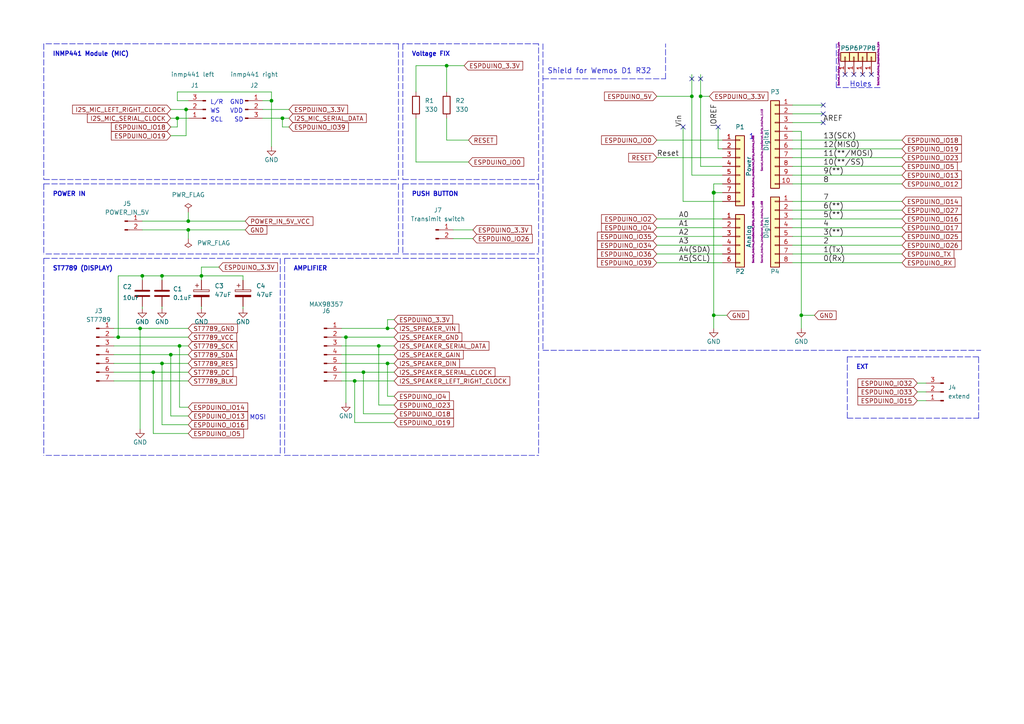
<source format=kicad_sch>
(kicad_sch (version 20211123) (generator eeschema)
  (paper "A4")
  (title_block (title "KEN ESP32 INTERNET RADIO HAT FOR ESPDUINO ") (date "lun. 30 mars 2015"))
  (lib_symbols
    (symbol "Connector:Conn_01x02_Male" (pin_names (offset 1.016) hide)
      (property "Reference" "J" (at 0 2.54 0))
      (property "Value" "Conn_01x02_Male" (at 0 -5.08 0))
      (symbol "Conn_01x02_Male_1_1"
        (polyline (pts (xy 1.27 -2.54) (xy 0.8636 -2.54)) (stroke (width 0.1524)))
        (polyline (pts (xy 1.27 0) (xy 0.8636 0)) (stroke (width 0.1524)))
        (rectangle (start 0.8636 -2.413) (end 0 -2.667) (stroke (width 0.1524)) (fill (type outline)))
        (rectangle (start 0.8636 0.127) (end 0 -0.127) (stroke (width 0.1524)) (fill (type outline)))
        (pin passive line (at 5.08 0 180) (length 3.81) (name "Pin_1") (number "1"))
        (pin passive line (at 5.08 -2.54 180) (length 3.81) (name "Pin_2") (number "2"))
      )
    )
    (symbol "Connector:Conn_01x03_Male" (pin_names (offset 1.016) hide)
      (property "Reference" "J" (at 0 5.08 0))
      (property "Value" "Conn_01x03_Male" (at 0 -5.08 0))
      (symbol "Conn_01x03_Male_1_1"
        (polyline (pts (xy 1.27 -2.54) (xy 0.8636 -2.54)) (stroke (width 0.1524)))
        (polyline (pts (xy 1.27 0) (xy 0.8636 0)) (stroke (width 0.1524)))
        (polyline (pts (xy 1.27 2.54) (xy 0.8636 2.54)) (stroke (width 0.1524)))
        (rectangle (start 0.8636 -2.413) (end 0 -2.667) (stroke (width 0.1524)) (fill (type outline)))
        (rectangle (start 0.8636 0.127) (end 0 -0.127) (stroke (width 0.1524)) (fill (type outline)))
        (rectangle (start 0.8636 2.667) (end 0 2.413) (stroke (width 0.1524)) (fill (type outline)))
        (pin passive line (at 5.08 2.54 180) (length 3.81) (name "Pin_1") (number "1"))
        (pin passive line (at 5.08 0 180) (length 3.81) (name "Pin_2") (number "2"))
        (pin passive line (at 5.08 -2.54 180) (length 3.81) (name "Pin_3") (number "3"))
      )
    )
    (symbol "Connector:Conn_01x07_Male" (pin_names (offset 1.016) hide)
      (property "Reference" "J" (at 0 10.16 0))
      (property "Value" "Conn_01x07_Male" (at 0 -10.16 0))
      (symbol "Conn_01x07_Male_1_1"
        (polyline (pts (xy 1.27 -7.62) (xy 0.8636 -7.62)) (stroke (width 0.1524)))
        (polyline (pts (xy 1.27 -5.08) (xy 0.8636 -5.08)) (stroke (width 0.1524)))
        (polyline (pts (xy 1.27 -2.54) (xy 0.8636 -2.54)) (stroke (width 0.1524)))
        (polyline (pts (xy 1.27 0) (xy 0.8636 0)) (stroke (width 0.1524)))
        (polyline (pts (xy 1.27 2.54) (xy 0.8636 2.54)) (stroke (width 0.1524)))
        (polyline (pts (xy 1.27 5.08) (xy 0.8636 5.08)) (stroke (width 0.1524)))
        (polyline (pts (xy 1.27 7.62) (xy 0.8636 7.62)) (stroke (width 0.1524)))
        (rectangle (start 0.8636 -7.493) (end 0 -7.747) (stroke (width 0.1524)) (fill (type outline)))
        (rectangle (start 0.8636 -4.953) (end 0 -5.207) (stroke (width 0.1524)) (fill (type outline)))
        (rectangle (start 0.8636 -2.413) (end 0 -2.667) (stroke (width 0.1524)) (fill (type outline)))
        (rectangle (start 0.8636 0.127) (end 0 -0.127) (stroke (width 0.1524)) (fill (type outline)))
        (rectangle (start 0.8636 2.667) (end 0 2.413) (stroke (width 0.1524)) (fill (type outline)))
        (rectangle (start 0.8636 5.207) (end 0 4.953) (stroke (width 0.1524)) (fill (type outline)))
        (rectangle (start 0.8636 7.747) (end 0 7.493) (stroke (width 0.1524)) (fill (type outline)))
        (pin passive line (at 5.08 7.62 180) (length 3.81) (name "Pin_1") (number "1"))
        (pin passive line (at 5.08 5.08 180) (length 3.81) (name "Pin_2") (number "2"))
        (pin passive line (at 5.08 2.54 180) (length 3.81) (name "Pin_3") (number "3"))
        (pin passive line (at 5.08 0 180) (length 3.81) (name "Pin_4") (number "4"))
        (pin passive line (at 5.08 -2.54 180) (length 3.81) (name "Pin_5") (number "5"))
        (pin passive line (at 5.08 -5.08 180) (length 3.81) (name "Pin_6") (number "6"))
        (pin passive line (at 5.08 -7.62 180) (length 3.81) (name "Pin_7") (number "7"))
      )
    )
    (symbol "Connector_Generic:Conn_01x01" (pin_names (offset 1.016) hide)
      (property "Reference" "J" (at 0 2.54 0))
      (property "Value" "Conn_01x01" (at 0 -2.54 0))
      (symbol "Conn_01x01_1_1"
        (rectangle (start -1.27 0.127) (end 0 -0.127) (stroke (width 0.1524)))
        (rectangle (start -1.27 1.27) (end 1.27 -1.27) (stroke (width 0.254)) (fill (type background)))
        (pin passive line (at -5.08 0 0) (length 3.81) (name "Pin_1") (number "1"))
      )
    )
    (symbol "Connector_Generic:Conn_01x06" (pin_names (offset 1.016) hide)
      (property "Reference" "J" (at 0 7.62 0))
      (property "Value" "Conn_01x06" (at 0 -10.16 0))
      (symbol "Conn_01x06_1_1"
        (rectangle (start -1.27 -7.493) (end 0 -7.747) (stroke (width 0.1524)))
        (rectangle (start -1.27 -4.953) (end 0 -5.207) (stroke (width 0.1524)))
        (rectangle (start -1.27 -2.413) (end 0 -2.667) (stroke (width 0.1524)))
        (rectangle (start -1.27 0.127) (end 0 -0.127) (stroke (width 0.1524)))
        (rectangle (start -1.27 2.667) (end 0 2.413) (stroke (width 0.1524)))
        (rectangle (start -1.27 5.207) (end 0 4.953) (stroke (width 0.1524)))
        (rectangle (start -1.27 6.35) (end 1.27 -8.89) (stroke (width 0.254)) (fill (type background)))
        (pin passive line (at -5.08 5.08 0) (length 3.81) (name "Pin_1") (number "1"))
        (pin passive line (at -5.08 2.54 0) (length 3.81) (name "Pin_2") (number "2"))
        (pin passive line (at -5.08 0 0) (length 3.81) (name "Pin_3") (number "3"))
        (pin passive line (at -5.08 -2.54 0) (length 3.81) (name "Pin_4") (number "4"))
        (pin passive line (at -5.08 -5.08 0) (length 3.81) (name "Pin_5") (number "5"))
        (pin passive line (at -5.08 -7.62 0) (length 3.81) (name "Pin_6") (number "6"))
      )
    )
    (symbol "Connector_Generic:Conn_01x08" (pin_names (offset 1.016) hide)
      (property "Reference" "J" (at 0 10.16 0))
      (property "Value" "Conn_01x08" (at 0 -12.7 0))
      (symbol "Conn_01x08_1_1"
        (rectangle (start -1.27 -10.033) (end 0 -10.287) (stroke (width 0.1524)))
        (rectangle (start -1.27 -7.493) (end 0 -7.747) (stroke (width 0.1524)))
        (rectangle (start -1.27 -4.953) (end 0 -5.207) (stroke (width 0.1524)))
        (rectangle (start -1.27 -2.413) (end 0 -2.667) (stroke (width 0.1524)))
        (rectangle (start -1.27 0.127) (end 0 -0.127) (stroke (width 0.1524)))
        (rectangle (start -1.27 2.667) (end 0 2.413) (stroke (width 0.1524)))
        (rectangle (start -1.27 5.207) (end 0 4.953) (stroke (width 0.1524)))
        (rectangle (start -1.27 7.747) (end 0 7.493) (stroke (width 0.1524)))
        (rectangle (start -1.27 8.89) (end 1.27 -11.43) (stroke (width 0.254)) (fill (type background)))
        (pin passive line (at -5.08 7.62 0) (length 3.81) (name "Pin_1") (number "1"))
        (pin passive line (at -5.08 5.08 0) (length 3.81) (name "Pin_2") (number "2"))
        (pin passive line (at -5.08 2.54 0) (length 3.81) (name "Pin_3") (number "3"))
        (pin passive line (at -5.08 0 0) (length 3.81) (name "Pin_4") (number "4"))
        (pin passive line (at -5.08 -2.54 0) (length 3.81) (name "Pin_5") (number "5"))
        (pin passive line (at -5.08 -5.08 0) (length 3.81) (name "Pin_6") (number "6"))
        (pin passive line (at -5.08 -7.62 0) (length 3.81) (name "Pin_7") (number "7"))
        (pin passive line (at -5.08 -10.16 0) (length 3.81) (name "Pin_8") (number "8"))
      )
    )
    (symbol "Connector_Generic:Conn_01x10" (pin_names (offset 1.016) hide)
      (property "Reference" "J" (at 0 12.7 0))
      (property "Value" "Conn_01x10" (at 0 -15.24 0))
      (symbol "Conn_01x10_1_1"
        (rectangle (start -1.27 -12.573) (end 0 -12.827) (stroke (width 0.1524)))
        (rectangle (start -1.27 -10.033) (end 0 -10.287) (stroke (width 0.1524)))
        (rectangle (start -1.27 -7.493) (end 0 -7.747) (stroke (width 0.1524)))
        (rectangle (start -1.27 -4.953) (end 0 -5.207) (stroke (width 0.1524)))
        (rectangle (start -1.27 -2.413) (end 0 -2.667) (stroke (width 0.1524)))
        (rectangle (start -1.27 0.127) (end 0 -0.127) (stroke (width 0.1524)))
        (rectangle (start -1.27 2.667) (end 0 2.413) (stroke (width 0.1524)))
        (rectangle (start -1.27 5.207) (end 0 4.953) (stroke (width 0.1524)))
        (rectangle (start -1.27 7.747) (end 0 7.493) (stroke (width 0.1524)))
        (rectangle (start -1.27 10.287) (end 0 10.033) (stroke (width 0.1524)))
        (rectangle (start -1.27 11.43) (end 1.27 -13.97) (stroke (width 0.254)) (fill (type background)))
        (pin passive line (at -5.08 10.16 0) (length 3.81) (name "Pin_1") (number "1"))
        (pin passive line (at -5.08 -12.7 0) (length 3.81) (name "Pin_10") (number "10"))
        (pin passive line (at -5.08 7.62 0) (length 3.81) (name "Pin_2") (number "2"))
        (pin passive line (at -5.08 5.08 0) (length 3.81) (name "Pin_3") (number "3"))
        (pin passive line (at -5.08 2.54 0) (length 3.81) (name "Pin_4") (number "4"))
        (pin passive line (at -5.08 0 0) (length 3.81) (name "Pin_5") (number "5"))
        (pin passive line (at -5.08 -2.54 0) (length 3.81) (name "Pin_6") (number "6"))
        (pin passive line (at -5.08 -5.08 0) (length 3.81) (name "Pin_7") (number "7"))
        (pin passive line (at -5.08 -7.62 0) (length 3.81) (name "Pin_8") (number "8"))
        (pin passive line (at -5.08 -10.16 0) (length 3.81) (name "Pin_9") (number "9"))
      )
    )
    (symbol "Device:C" (pin_numbers hide) (pin_names (offset 0.254))
      (property "Reference" "C" (at 0.635 2.54 0))
      (property "Value" "C" (at 0.635 -2.54 0))
      (symbol "C_0_1"
        (polyline (pts (xy -2.032 -0.762) (xy 2.032 -0.762)) (stroke (width 0.508)))
        (polyline (pts (xy -2.032 0.762) (xy 2.032 0.762)) (stroke (width 0.508)))
      )
      (symbol "C_1_1"
        (pin passive line (at 0 3.81 270) (length 2.794) (name "~") (number "1"))
        (pin passive line (at 0 -3.81 90) (length 2.794) (name "~") (number "2"))
      )
    )
    (symbol "Device:C_Polarized" (pin_numbers hide) (pin_names (offset 0.254))
      (property "Reference" "C" (at 0.635 2.54 0))
      (property "Value" "C_Polarized" (at 0.635 -2.54 0))
      (symbol "C_Polarized_0_1"
        (rectangle (start -2.286 0.508) (end 2.286 1.016))
        (polyline (pts (xy -1.778 2.286) (xy -0.762 2.286)))
        (polyline (pts (xy -1.27 2.794) (xy -1.27 1.778)))
        (rectangle (start 2.286 -0.508) (end -2.286 -1.016) (fill (type outline)))
      )
      (symbol "C_Polarized_1_1"
        (pin passive line (at 0 3.81 270) (length 2.794) (name "~") (number "1"))
        (pin passive line (at 0 -3.81 90) (length 2.794) (name "~") (number "2"))
      )
    )
    (symbol "Device:R" (pin_numbers hide) (pin_names (offset 0))
      (property "Reference" "R" (at 2.032 0 90))
      (property "Value" "R" (at 0 0 90))
      (symbol "R_0_1"
        (rectangle (start -1.016 -2.54) (end 1.016 2.54) (stroke (width 0.254)))
      )
      (symbol "R_1_1"
        (pin passive line (at 0 3.81 270) (length 1.27) (name "~") (number "1"))
        (pin passive line (at 0 -3.81 90) (length 1.27) (name "~") (number "2"))
      )
    )
    (symbol "power:GND" (power) (pin_names (offset 0))
      (property "Value" "GND" (at 0 -3.81 0))
      (symbol "GND_0_1"
        (polyline (pts (xy 0 0) (xy 0 -1.27) (xy 1.27 -1.27) (xy 0 -2.54) (xy -1.27 -1.27) (xy 0 -1.27)))
      )
      (symbol "GND_1_1"
        (pin power_in line (at 0 0 270) (length 0) hide (name "GND") (number "1"))
      )
    )
    (symbol "power:PWR_FLAG" (power) (pin_numbers hide) (pin_names (offset 0) hide)
      (property "Value" "PWR_FLAG" (at 0 3.81 0))
      (symbol "PWR_FLAG_0_0"
        (pin power_out line (at 0 0 90) (length 0) (name "pwr") (number "1"))
      )
      (symbol "PWR_FLAG_0_1"
        (polyline (pts (xy 0 0) (xy 0 1.27) (xy -1.016 1.905) (xy 0 2.54) (xy 1.016 1.905) (xy 0 1.27)))
      )
    )
  )
  (junction (at 200.66 27.94))
  (junction (at 51.435 34.29))
  (junction (at 78.74 29.21))
  (junction (at 34.29 97.79))
  (junction (at 41.275 80.01))
  (junction (at 100.33 97.79))
  (junction (at 207.01 55.88) (diameter 1.016))
  (junction (at 129.54 19.05))
  (junction (at 52.07 100.33))
  (junction (at 46.99 105.41))
  (junction (at 53.975 31.75))
  (junction (at 112.395 95.25))
  (junction (at 49.53 102.87))
  (junction (at 105.41 107.95))
  (junction (at 54.61 64.135))
  (junction (at 203.2 27.94))
  (junction (at 112.395 105.41))
  (junction (at 46.99 80.01))
  (junction (at 109.855 100.33))
  (junction (at 102.87 110.49))
  (junction (at 54.61 66.675))
  (junction (at 232.41 91.44))
  (junction (at 40.64 95.25))
  (junction (at 44.45 107.95))
  (junction (at 81.915 34.29))
  (junction (at 58.42 80.01))
  (junction (at 207.01 91.44))
  (no_connect (at 250.19 21.59))
  (no_connect (at 245.11 21.59))
  (no_connect (at 247.65 21.59))
  (no_connect (at 200.66 22.86))
  (no_connect (at 203.2 22.86))
  (no_connect (at 252.73 21.59))
  (no_connect (at 238.76 35.56))
  (no_connect (at 238.76 33.02))
  (no_connect (at 238.76 30.48))
  (no_connect (at 198.12 36.83))
  (no_connect (at 208.28 36.83))
  (wire (pts (xy 114.3 117.475) (xy 109.855 117.475)))
  (wire (pts (xy 120.65 46.99) (xy 120.65 34.29)))
  (polyline (pts (xy 245.745 121.285) (xy 283.845 121.285)))
  (wire (pts (xy 99.06 100.33) (xy 109.855 100.33)))
  (wire (pts (xy 209.55 48.26) (xy 203.2 48.26)))
  (wire (pts (xy 102.87 122.555) (xy 114.3 122.555)))
  (wire (pts (xy 209.55 71.12) (xy 190.5 71.12)))
  (polyline (pts (xy 115.57 53.34) (xy 115.57 73.66)))
  (wire (pts (xy 81.915 36.83) (xy 81.915 34.29)))
  (wire (pts (xy 52.07 100.33) (xy 54.61 100.33)))
  (wire (pts (xy 49.53 31.75) (xy 53.975 31.75)))
  (wire (pts (xy 76.2 31.75) (xy 83.82 31.75)))
  (polyline (pts (xy 12.7 52.07) (xy 115.57 52.07)))
  (polyline (pts (xy 193.04 22.86) (xy 193.04 12.7)) (stroke (width 0) (type dash)))
  (polyline (pts (xy 115.57 12.7) (xy 12.7 12.7)))
  (wire (pts (xy 229.87 63.5) (xy 261.62 63.5)))
  (wire (pts (xy 46.99 105.41) (xy 54.61 105.41)))
  (wire (pts (xy 70.485 80.01) (xy 70.485 81.28)))
  (wire (pts (xy 52.07 118.11) (xy 54.61 118.11)))
  (wire (pts (xy 266.065 113.665) (xy 268.605 113.665)))
  (wire (pts (xy 33.02 100.33) (xy 52.07 100.33)))
  (wire (pts (xy 46.99 123.19) (xy 54.61 123.19)))
  (wire (pts (xy 76.2 34.29) (xy 81.915 34.29)))
  (wire (pts (xy 112.395 105.41) (xy 114.3 105.41)))
  (wire (pts (xy 52.07 100.33) (xy 52.07 118.11)))
  (wire (pts (xy 33.02 110.49) (xy 54.61 110.49)))
  (wire (pts (xy 58.42 77.47) (xy 63.5 77.47)))
  (wire (pts (xy 44.45 125.73) (xy 54.61 125.73)))
  (wire (pts (xy 81.915 34.29) (xy 83.82 34.29)))
  (wire (pts (xy 54.61 61.595) (xy 54.61 64.135)))
  (wire (pts (xy 112.395 114.935) (xy 114.3 114.935)))
  (polyline (pts (xy 12.7 53.34) (xy 115.57 53.34)))
  (wire (pts (xy 33.02 97.79) (xy 34.29 97.79)))
  (wire (pts (xy 207.01 53.34) (xy 207.01 55.88)))
  (wire (pts (xy 129.54 19.05) (xy 134.62 19.05)))
  (wire (pts (xy 40.64 95.25) (xy 54.61 95.25)))
  (wire (pts (xy 112.395 95.25) (xy 114.3 95.25)))
  (wire (pts (xy 41.275 80.01) (xy 41.275 81.28)))
  (wire (pts (xy 33.02 102.87) (xy 49.53 102.87)))
  (wire (pts (xy 229.87 43.18) (xy 261.62 43.18)))
  (wire (pts (xy 49.53 102.87) (xy 49.53 120.65)))
  (wire (pts (xy 120.65 26.67) (xy 120.65 19.05)))
  (wire (pts (xy 209.55 53.34) (xy 207.01 53.34)))
  (wire (pts (xy 51.435 34.29) (xy 51.435 36.83)))
  (wire (pts (xy 190.5 40.64) (xy 209.55 40.64)))
  (wire (pts (xy 46.99 105.41) (xy 46.99 123.19)))
  (polyline (pts (xy 116.84 52.07) (xy 156.21 52.07)))
  (wire (pts (xy 190.5 27.94) (xy 200.66 27.94)))
  (wire (pts (xy 114.3 92.71) (xy 112.395 92.71)))
  (wire (pts (xy 58.42 80.01) (xy 58.42 81.28)))
  (wire (pts (xy 78.74 26.67) (xy 78.74 29.21)))
  (wire (pts (xy 49.53 102.87) (xy 54.61 102.87)))
  (wire (pts (xy 49.53 39.37) (xy 53.975 39.37)))
  (wire (pts (xy 229.87 53.34) (xy 261.62 53.34)))
  (wire (pts (xy 208.28 43.18) (xy 209.55 43.18)))
  (wire (pts (xy 209.55 50.8) (xy 200.66 50.8)))
  (polyline (pts (xy 81.28 132.08) (xy 12.7 132.08)))
  (wire (pts (xy 54.61 66.675) (xy 54.61 69.215)))
  (polyline (pts (xy 283.845 121.285) (xy 283.845 103.505)))
  (polyline (pts (xy 82.55 74.93) (xy 82.55 132.08)))
  (wire (pts (xy 129.54 34.29) (xy 129.54 40.64)))
  (wire (pts (xy 229.87 40.64) (xy 261.62 40.64)))
  (polyline (pts (xy 12.7 74.93) (xy 81.28 74.93)))
  (polyline (pts (xy 115.57 73.66) (xy 12.7 73.66)))
  (wire (pts (xy 229.87 58.42) (xy 261.62 58.42)))
  (wire (pts (xy 209.55 66.04) (xy 190.5 66.04)))
  (polyline (pts (xy 283.845 103.505) (xy 245.745 103.505)))
  (wire (pts (xy 102.87 110.49) (xy 114.3 110.49)))
  (wire (pts (xy 41.275 66.675) (xy 54.61 66.675)))
  (wire (pts (xy 229.87 30.48) (xy 238.76 30.48)))
  (wire (pts (xy 34.29 80.01) (xy 34.29 97.79)))
  (wire (pts (xy 232.41 38.1) (xy 232.41 91.44)))
  (wire (pts (xy 58.42 80.01) (xy 46.99 80.01)))
  (wire (pts (xy 229.87 71.12) (xy 261.62 71.12)))
  (wire (pts (xy 78.74 42.545) (xy 78.74 29.21)))
  (wire (pts (xy 105.41 107.95) (xy 114.3 107.95)))
  (wire (pts (xy 114.3 120.015) (xy 105.41 120.015)))
  (polyline (pts (xy 156.21 52.07) (xy 156.21 12.7)))
  (wire (pts (xy 209.55 58.42) (xy 198.12 58.42)))
  (wire (pts (xy 207.01 91.44) (xy 207.01 95.25)))
  (polyline (pts (xy 115.57 12.7) (xy 115.57 52.07)))
  (polyline (pts (xy 116.84 73.66) (xy 156.21 73.66)))
  (wire (pts (xy 129.54 26.67) (xy 129.54 19.05)))
  (wire (pts (xy 83.82 36.83) (xy 81.915 36.83)))
  (wire (pts (xy 266.065 111.125) (xy 268.605 111.125)))
  (wire (pts (xy 131.445 69.215) (xy 137.16 69.215)))
  (wire (pts (xy 33.02 105.41) (xy 46.99 105.41)))
  (wire (pts (xy 49.53 120.65) (xy 54.61 120.65)))
  (polyline (pts (xy 116.84 12.7) (xy 116.84 52.07)))
  (wire (pts (xy 54.61 64.135) (xy 71.12 64.135)))
  (wire (pts (xy 70.485 88.9) (xy 70.485 89.535)))
  (polyline (pts (xy 82.55 132.08) (xy 156.21 132.08)))
  (wire (pts (xy 105.41 120.015) (xy 105.41 107.95)))
  (wire (pts (xy 232.41 91.44) (xy 232.41 95.25)))
  (wire (pts (xy 135.89 40.64) (xy 129.54 40.64)))
  (wire (pts (xy 109.855 117.475) (xy 109.855 100.33)))
  (wire (pts (xy 135.89 46.99) (xy 120.65 46.99)))
  (wire (pts (xy 209.55 63.5) (xy 190.5 63.5)))
  (wire (pts (xy 232.41 91.44) (xy 236.22 91.44)))
  (wire (pts (xy 58.42 88.9) (xy 58.42 89.535)))
  (wire (pts (xy 49.53 34.29) (xy 51.435 34.29)))
  (wire (pts (xy 46.99 80.01) (xy 46.99 81.28)))
  (wire (pts (xy 41.275 64.135) (xy 54.61 64.135)))
  (wire (pts (xy 207.01 91.44) (xy 210.82 91.44)))
  (wire (pts (xy 229.87 45.72) (xy 261.62 45.72)))
  (wire (pts (xy 209.55 73.66) (xy 190.5 73.66)))
  (wire (pts (xy 99.06 102.87) (xy 114.3 102.87)))
  (polyline (pts (xy 255.27 25.4) (xy 242.57 25.4)) (stroke (width 0) (type dash)))
  (polyline (pts (xy 82.55 74.93) (xy 156.21 74.93)))
  (wire (pts (xy 41.275 80.01) (xy 34.29 80.01)))
  (wire (pts (xy 209.55 45.72) (xy 190.5 45.72)))
  (polyline (pts (xy 156.21 53.34) (xy 156.21 73.66)))
  (wire (pts (xy 229.87 38.1) (xy 232.41 38.1)))
  (wire (pts (xy 209.55 55.88) (xy 207.01 55.88)))
  (wire (pts (xy 229.87 50.8) (xy 261.62 50.8)))
  (wire (pts (xy 99.06 95.25) (xy 112.395 95.25)))
  (wire (pts (xy 51.435 26.67) (xy 51.435 29.21)))
  (wire (pts (xy 120.65 19.05) (xy 129.54 19.05)))
  (wire (pts (xy 33.02 107.95) (xy 44.45 107.95)))
  (wire (pts (xy 190.5 76.2) (xy 209.55 76.2)))
  (polyline (pts (xy 12.7 12.7) (xy 12.7 52.07)))
  (wire (pts (xy 207.01 55.88) (xy 207.01 91.44)))
  (wire (pts (xy 198.12 58.42) (xy 198.12 36.83)))
  (polyline (pts (xy 81.28 74.93) (xy 81.28 132.08)))
  (wire (pts (xy 131.445 66.675) (xy 137.16 66.675)))
  (wire (pts (xy 40.64 95.25) (xy 40.64 124.46)))
  (polyline (pts (xy 156.21 74.93) (xy 156.21 132.08)))
  (wire (pts (xy 53.975 31.75) (xy 54.61 31.75)))
  (polyline (pts (xy 157.48 101.6) (xy 284.48 101.6)) (stroke (width 0) (type dash)))
  (wire (pts (xy 229.87 68.58) (xy 261.62 68.58)))
  (wire (pts (xy 51.435 26.67) (xy 78.74 26.67)))
  (wire (pts (xy 229.87 73.66) (xy 261.62 73.66)))
  (wire (pts (xy 102.87 122.555) (xy 102.87 110.49)))
  (polyline (pts (xy 242.57 25.4) (xy 242.57 12.7)) (stroke (width 0) (type dash)))
  (wire (pts (xy 203.2 27.94) (xy 205.74 27.94)))
  (polyline (pts (xy 116.84 53.34) (xy 116.84 73.66)))
  (wire (pts (xy 229.87 60.96) (xy 261.62 60.96)))
  (wire (pts (xy 51.435 36.83) (xy 49.53 36.83)))
  (wire (pts (xy 200.66 27.94) (xy 200.66 50.8)))
  (wire (pts (xy 99.06 110.49) (xy 102.87 110.49)))
  (polyline (pts (xy 156.21 12.7) (xy 116.84 12.7)))
  (wire (pts (xy 100.33 97.79) (xy 100.33 116.84)))
  (wire (pts (xy 44.45 107.95) (xy 44.45 125.73)))
  (wire (pts (xy 229.87 33.02) (xy 238.76 33.02)))
  (wire (pts (xy 99.06 97.79) (xy 100.33 97.79)))
  (wire (pts (xy 229.87 66.04) (xy 261.62 66.04)))
  (wire (pts (xy 58.42 80.01) (xy 58.42 77.47)))
  (wire (pts (xy 229.87 35.56) (xy 238.76 35.56)))
  (wire (pts (xy 53.975 39.37) (xy 53.975 31.75)))
  (wire (pts (xy 200.66 21.59) (xy 200.66 27.94)))
  (wire (pts (xy 266.065 116.205) (xy 268.605 116.205)))
  (polyline (pts (xy 157.48 12.7) (xy 157.48 101.6)) (stroke (width 0) (type dash)))
  (wire (pts (xy 46.99 88.9) (xy 46.99 89.535)))
  (wire (pts (xy 44.45 107.95) (xy 54.61 107.95)))
  (polyline (pts (xy 245.745 103.505) (xy 245.745 121.285)))
  (wire (pts (xy 203.2 21.59) (xy 203.2 27.94)))
  (wire (pts (xy 78.74 29.21) (xy 76.2 29.21)))
  (polyline (pts (xy 12.7 53.34) (xy 12.7 73.66)))
  (wire (pts (xy 54.61 66.675) (xy 71.12 66.675)))
  (wire (pts (xy 112.395 92.71) (xy 112.395 95.25)))
  (wire (pts (xy 203.2 27.94) (xy 203.2 48.26)))
  (wire (pts (xy 41.275 88.9) (xy 41.275 89.535)))
  (wire (pts (xy 208.28 36.83) (xy 208.28 43.18)))
  (polyline (pts (xy 116.84 53.34) (xy 156.21 53.34)))
  (wire (pts (xy 112.395 105.41) (xy 112.395 114.935)))
  (wire (pts (xy 34.29 97.79) (xy 54.61 97.79)))
  (wire (pts (xy 46.99 80.01) (xy 41.275 80.01)))
  (wire (pts (xy 51.435 34.29) (xy 54.61 34.29)))
  (wire (pts (xy 33.02 95.25) (xy 40.64 95.25)))
  (wire (pts (xy 229.87 76.2) (xy 261.62 76.2)))
  (wire (pts (xy 229.87 48.26) (xy 261.62 48.26)))
  (wire (pts (xy 99.06 107.95) (xy 105.41 107.95)))
  (wire (pts (xy 109.855 100.33) (xy 114.3 100.33)))
  (wire (pts (xy 58.42 80.01) (xy 70.485 80.01)))
  (wire (pts (xy 209.55 68.58) (xy 190.5 68.58)))
  (wire (pts (xy 100.33 97.79) (xy 114.3 97.79)))
  (polyline (pts (xy 12.7 74.93) (xy 12.7 132.08)))
  (wire (pts (xy 99.06 105.41) (xy 112.395 105.41)))
  (polyline (pts (xy 157.48 22.86) (xy 193.04 22.86)) (stroke (width 0) (type dash)))
  (wire (pts (xy 51.435 29.21) (xy 54.61 29.21)))
  (text "SD" (at 67.945 35.56 0) (effects (font (size 1.27 1.27)) (justify left bottom)))
  (text "PUSH BUTTON" (at 119.38 57.15 0) (effects (font (size 1.27 1.27) (thickness 0.254) bold) (justify left bottom)))
  (text "ST7789 (DISPLAY)" (at 15.24 78.74 0) (effects (font (size 1.27 1.27) bold) (justify left bottom)))
  (text "EXT" (at 248.285 107.315 0) (effects (font (size 1.27 1.27) (thickness 0.254) bold) (justify left bottom)))
  (text "L/R" (at 60.96 30.48 0) (effects (font (size 1.27 1.27)) (justify left bottom)))
  (text "POWER IN" (at 15.24 57.15 0) (effects (font (size 1.27 1.27) bold) (justify left bottom)))
  (text "Holes" (at 246.38 25.4 0) (effects (font (size 1.524 1.524)) (justify left bottom)))
  (text "GND\n" (at 66.675 30.48 0) (effects (font (size 1.27 1.27)) (justify left bottom)))
  (text "Shield for Wemos D1 R32" (at 158.75 21.59 0) (effects (font (size 1.524 1.524)) (justify left bottom)))
  (text "AMPLIFIER" (at 85.09 78.74 0) (effects (font (size 1.27 1.27) (thickness 0.254) bold) (justify left bottom)))
  (text "SCL\n" (at 60.96 35.56 0) (effects (font (size 1.27 1.27)) (justify left bottom)))
  (text "INMP441 Module (MIC)" (at 15.24 16.51 0) (effects (font (size 1.27 1.27) (thickness 0.254) bold) (justify left bottom)))
  (text "Voltage FIX" (at 119.38 16.51 0) (effects (font (size 1.27 1.27) (thickness 0.254) bold) (justify left bottom)))
  (text "MOSI\n" (at 72.39 121.92 0) (effects (font (size 1.27 1.27)) (justify left bottom)))
  (text "VDD" (at 66.675 33.02 0) (effects (font (size 1.27 1.27)) (justify left bottom)))
  (text "WS\n" (at 60.96 33.02 0) (effects (font (size 1.27 1.27)) (justify left bottom)))
  (text "1" (at 217.17 40.64 0) (effects (font (size 1.524 1.524)) (justify left bottom)))
  (label "Vin" (at 198.12 36.83 90) (effects (font (size 1.524 1.524))))
  (label "0(Rx)" (at 238.76 76.2 0) (effects (font (size 1.524 1.524))))
  (label "A4(SDA)" (at 196.85 73.66 0) (effects (font (size 1.524 1.524))))
  (label "4" (at 238.76 66.04 0) (effects (font (size 1.524 1.524))))
  (label "5(**)" (at 238.76 63.5 0) (effects (font (size 1.524 1.524))))
  (label "A2" (at 196.85 68.58 0) (effects (font (size 1.524 1.524))))
  (label "A5(SCL)" (at 196.85 76.2 0) (effects (font (size 1.524 1.524))))
  (label "A0" (at 196.85 63.5 0) (effects (font (size 1.524 1.524))))
  (label "A1" (at 196.85 66.04 0) (effects (font (size 1.524 1.524))))
  (label "10(**/SS)" (at 238.76 48.26 0) (effects (font (size 1.524 1.524))))
  (label "13(SCK)" (at 238.76 40.64 0) (effects (font (size 1.524 1.524))))
  (label "7" (at 238.76 58.42 0) (effects (font (size 1.524 1.524))))
  (label "A3" (at 196.85 71.12 0) (effects (font (size 1.524 1.524))))
  (label "Reset" (at 190.5 45.72 0) (effects (font (size 1.524 1.524))))
  (label "2" (at 238.76 71.12 0) (effects (font (size 1.524 1.524))))
  (label "12(MISO)" (at 238.76 43.18 0) (effects (font (size 1.524 1.524))))
  (label "3(**)" (at 238.76 68.58 0) (effects (font (size 1.524 1.524))))
  (label "9(**)" (at 238.76 50.8 0) (effects (font (size 1.524 1.524))))
  (label "8" (at 238.76 53.34 0) (effects (font (size 1.524 1.524))))
  (label "IOREF" (at 208.28 36.83 90) (effects (font (size 1.524 1.524))))
  (label "AREF" (at 238.76 35.56 0) (effects (font (size 1.524 1.524))))
  (label "11(**/MOSI)" (at 238.76 45.72 0) (effects (font (size 1.524 1.524))))
  (label "1(Tx)" (at 238.76 73.66 0) (effects (font (size 1.524 1.524))))
  (label "6(**)" (at 238.76 60.96 0) (effects (font (size 1.524 1.524))))
  (global_label "I2S_SPEAKER_LEFT_RIGHT_CLOCK" (shape input) (at 114.3 110.49 0) (property "Intersheet References" "${INTERSHEET_REFS}" (effects hide)))
  (global_label "POWER_IN_5V_VCC" (shape input) (at 71.12 64.135 0) (property "Intersheet References" "${INTERSHEET_REFS}" (effects hide)))
  (global_label "ESPDUINO_IO18" (shape input) (at 261.62 40.64 0) (property "Intersheet References" "${INTERSHEET_REFS}" (effects hide)))
  (global_label "I2S_SPEAKER_SERIAL_DATA" (shape input) (at 114.3 100.33 0) (property "Intersheet References" "${INTERSHEET_REFS}" (effects hide)))
  (global_label "GND" (shape input) (at 236.22 91.44 0) (property "Intersheet References" "${INTERSHEET_REFS}" (effects hide)))
  (global_label "ESPDUINO_IO16" (shape input) (at 261.62 63.5 0) (property "Intersheet References" "${INTERSHEET_REFS}" (effects hide)))
  (global_label "ESPDUINO_3.3V" (shape input) (at 63.5 77.47 0) (property "Intersheet References" "${INTERSHEET_REFS}" (effects hide)))
  (global_label "ESPDUINO_IO32" (shape input) (at 266.065 111.125 180) (property "Intersheet References" "${INTERSHEET_REFS}" (effects hide)))
  (global_label "I2S_SPEAKER_DIN" (shape input) (at 114.3 105.41 0) (property "Intersheet References" "${INTERSHEET_REFS}" (effects hide)))
  (global_label "ESPDUINO_5V" (shape input) (at 190.5 27.94 180) (property "Intersheet References" "${INTERSHEET_REFS}" (effects hide)))
  (global_label "ESPDUINO_IO36" (shape input) (at 190.5 73.66 180) (property "Intersheet References" "${INTERSHEET_REFS}" (effects hide)))
  (global_label "ESPDUINO_IO35" (shape input) (at 190.5 68.58 180) (property "Intersheet References" "${INTERSHEET_REFS}" (effects hide)))
  (global_label "I2S_MIC_LEFT_RIGHT_CLOCK" (shape input) (at 49.53 31.75 180) (property "Intersheet References" "${INTERSHEET_REFS}" (effects hide)))
  (global_label "ESPDUINO_IO19" (shape input) (at 114.3 122.555 0) (property "Intersheet References" "${INTERSHEET_REFS}" (effects hide)))
  (global_label "I2S_SPEAKER_VIN" (shape input) (at 114.3 95.25 0) (property "Intersheet References" "${INTERSHEET_REFS}" (effects hide)))
  (global_label "ESPDUINO_IO17" (shape input) (at 261.62 66.04 0) (property "Intersheet References" "${INTERSHEET_REFS}" (effects hide)))
  (global_label "ESPDUINO_IO25" (shape input) (at 261.62 68.58 0) (property "Intersheet References" "${INTERSHEET_REFS}" (effects hide)))
  (global_label "ESPDUINO_3.3V" (shape input) (at 114.3 92.71 0) (property "Intersheet References" "${INTERSHEET_REFS}" (effects hide)))
  (global_label "ESPDUINO_3.3V" (shape input) (at 205.74 27.94 0) (property "Intersheet References" "${INTERSHEET_REFS}" (effects hide)))
  (global_label "ESPDUINO_IO0" (shape input) (at 190.5 40.64 180) (property "Intersheet References" "${INTERSHEET_REFS}" (effects hide)))
  (global_label "ESPDUINO_IO0" (shape input) (at 135.89 46.99 0) (property "Intersheet References" "${INTERSHEET_REFS}" (effects hide)))
  (global_label "RESET" (shape input) (at 190.5 45.72 180) (property "Intersheet References" "${INTERSHEET_REFS}" (effects hide)))
  (global_label "ESPDUINO_IO34" (shape input) (at 190.5 71.12 180) (property "Intersheet References" "${INTERSHEET_REFS}" (effects hide)))
  (global_label "ESPDUINO_IO14" (shape input) (at 54.61 118.11 0) (property "Intersheet References" "${INTERSHEET_REFS}" (effects hide)))
  (global_label "ESPDUINO_IO13" (shape input) (at 54.61 120.65 0) (property "Intersheet References" "${INTERSHEET_REFS}" (effects hide)))
  (global_label "ESPDUINO_IO19" (shape input) (at 261.62 43.18 0) (property "Intersheet References" "${INTERSHEET_REFS}" (effects hide)))
  (global_label "I2S_MIC_SERIAL_CLOCK" (shape input) (at 49.53 34.29 180) (property "Intersheet References" "${INTERSHEET_REFS}" (effects hide)))
  (global_label "ST7789_GND" (shape input) (at 54.61 95.25 0) (property "Intersheet References" "${INTERSHEET_REFS}" (effects hide)))
  (global_label "ST7789_VCC" (shape input) (at 54.61 97.79 0) (property "Intersheet References" "${INTERSHEET_REFS}" (effects hide)))
  (global_label "ESPDUINO_IO4" (shape input) (at 190.5 66.04 180) (property "Intersheet References" "${INTERSHEET_REFS}" (effects hide)))
  (global_label "ESPDUINO_IO26" (shape input) (at 261.62 71.12 0) (property "Intersheet References" "${INTERSHEET_REFS}" (effects hide)))
  (global_label "ESPDUINO_IO39" (shape input) (at 190.5 76.2 180) (property "Intersheet References" "${INTERSHEET_REFS}" (effects hide)))
  (global_label "I2S_SPEAKER_SERIAL_CLOCK" (shape input) (at 114.3 107.95 0) (property "Intersheet References" "${INTERSHEET_REFS}" (effects hide)))
  (global_label "ESPDUINO_IO18" (shape input) (at 114.3 120.015 0) (property "Intersheet References" "${INTERSHEET_REFS}" (effects hide)))
  (global_label "RESET" (shape input) (at 135.89 40.64 0) (property "Intersheet References" "${INTERSHEET_REFS}" (effects hide)))
  (global_label "ESPDUINO_RX" (shape input) (at 261.62 76.2 0) (property "Intersheet References" "${INTERSHEET_REFS}" (effects hide)))
  (global_label "ESPDUINO_IO14" (shape input) (at 261.62 58.42 0) (property "Intersheet References" "${INTERSHEET_REFS}" (effects hide)))
  (global_label "ESPDUINO_3.3V" (shape input) (at 83.82 31.75 0) (property "Intersheet References" "${INTERSHEET_REFS}" (effects hide)))
  (global_label "I2S_SPEAKER_GND" (shape input) (at 114.3 97.79 0) (property "Intersheet References" "${INTERSHEET_REFS}" (effects hide)))
  (global_label "ST7789_SCK" (shape input) (at 54.61 100.33 0) (property "Intersheet References" "${INTERSHEET_REFS}" (effects hide)))
  (global_label "ESPDUINO_IO26" (shape input) (at 137.16 69.215 0) (property "Intersheet References" "${INTERSHEET_REFS}" (effects hide)))
  (global_label "ST7789_SDA" (shape input) (at 54.61 102.87 0) (property "Intersheet References" "${INTERSHEET_REFS}" (effects hide)))
  (global_label "ST7789_DC" (shape input) (at 54.61 107.95 0) (property "Intersheet References" "${INTERSHEET_REFS}" (effects hide)))
  (global_label "ST7789_BLK" (shape input) (at 54.61 110.49 0) (property "Intersheet References" "${INTERSHEET_REFS}" (effects hide)))
  (global_label "ESPDUINO_3.3V" (shape input) (at 137.16 66.675 0) (property "Intersheet References" "${INTERSHEET_REFS}" (effects hide)))
  (global_label "ESPDUINO_IO19" (shape input) (at 49.53 39.37 180) (property "Intersheet References" "${INTERSHEET_REFS}" (effects hide)))
  (global_label "ESPDUINO_3.3V" (shape input) (at 134.62 19.05 0) (property "Intersheet References" "${INTERSHEET_REFS}" (effects hide)))
  (global_label "ESPDUINO_IO39" (shape input) (at 83.82 36.83 0) (property "Intersheet References" "${INTERSHEET_REFS}" (effects hide)))
  (global_label "ESPDUINO_IO12" (shape input) (at 261.62 53.34 0) (property "Intersheet References" "${INTERSHEET_REFS}" (effects hide)))
  (global_label "I2S_MIC_SERIAL_DATA" (shape input) (at 83.82 34.29 0) (property "Intersheet References" "${INTERSHEET_REFS}" (effects hide)))
  (global_label "ESPDUINO_IO16" (shape input) (at 54.61 123.19 0) (property "Intersheet References" "${INTERSHEET_REFS}" (effects hide)))
  (global_label "ESPDUINO_IO13" (shape input) (at 261.62 50.8 0) (property "Intersheet References" "${INTERSHEET_REFS}" (effects hide)))
  (global_label "ESPDUINO_IO5" (shape input) (at 261.62 48.26 0) (property "Intersheet References" "${INTERSHEET_REFS}" (effects hide)))
  (global_label "ESPDUINO_IO15" (shape input) (at 266.065 116.205 180) (property "Intersheet References" "${INTERSHEET_REFS}" (effects hide)))
  (global_label "ESPDUINO_IO23" (shape input) (at 261.62 45.72 0) (property "Intersheet References" "${INTERSHEET_REFS}" (effects hide)))
  (global_label "GND" (shape input) (at 210.82 91.44 0) (property "Intersheet References" "${INTERSHEET_REFS}" (effects hide)))
  (global_label "ESPDUINO_IO5" (shape input) (at 54.61 125.73 0) (property "Intersheet References" "${INTERSHEET_REFS}" (effects hide)))
  (global_label "ESPDUINO_IO2" (shape input) (at 190.5 63.5 180) (property "Intersheet References" "${INTERSHEET_REFS}" (effects hide)))
  (global_label "ESPDUINO_IO33" (shape input) (at 266.065 113.665 180) (property "Intersheet References" "${INTERSHEET_REFS}" (effects hide)))
  (global_label "ST7789_RES" (shape input) (at 54.61 105.41 0) (property "Intersheet References" "${INTERSHEET_REFS}" (effects hide)))
  (global_label "GND" (shape input) (at 71.12 66.675 0) (property "Intersheet References" "${INTERSHEET_REFS}" (effects hide)))
  (global_label "ESPDUINO_IO18" (shape input) (at 49.53 36.83 180) (property "Intersheet References" "${INTERSHEET_REFS}" (effects hide)))
  (global_label "ESPDUINO_IO4" (shape input) (at 114.3 114.935 0) (property "Intersheet References" "${INTERSHEET_REFS}" (effects hide)))
  (global_label "I2S_SPEAKER_GAIN" (shape input) (at 114.3 102.87 0) (property "Intersheet References" "${INTERSHEET_REFS}" (effects hide)))
  (global_label "ESPDUINO_IO23" (shape input) (at 114.3 117.475 0) (property "Intersheet References" "${INTERSHEET_REFS}" (effects hide)))
  (global_label "ESPDUINO_IO27" (shape input) (at 261.62 60.96 0) (property "Intersheet References" "${INTERSHEET_REFS}" (effects hide)))
  (global_label "ESPDUINO_TX" (shape input) (at 261.62 73.66 0) (property "Intersheet References" "${INTERSHEET_REFS}" (effects hide)))
  (symbol (lib_id "Connector_Generic:Conn_01x08") (at 214.63 48.26 0) (unit 1)
    (property "Reference" "P1" (at 214.63 36.83 0))
    (property "Value" "Power" (at 217.17 48.26 90))
    (property "Footprint" "Socket_Arduino_Uno:Socket_Strip_Arduino_1x08" (at 218.44 48.26 90) (effects (font (size 0.508 0.508))))
  )
  (symbol (lib_id "power:GND") (at 207.01 95.25 0) (unit 1)
    (property "Reference" "#PWR03" (effects hide))
    (property "Value" "GND" (at 207.01 99.06 0))
  )
  (symbol (lib_id "power:GND") (at 232.41 95.25 0) (unit 1)
    (property "Reference" "#PWR04" (effects hide))
    (property "Value" "GND" (at 232.41 99.06 0))
  )
  (symbol (lib_id "Connector_Generic:Conn_01x06") (at 214.63 68.58 0) (unit 1)
    (property "Reference" "P2" (at 214.63 78.74 0))
    (property "Value" "Analog" (at 217.17 68.58 90))
    (property "Footprint" "Socket_Arduino_Uno:Socket_Strip_Arduino_1x06" (at 218.44 67.31 90) (effects (font (size 0.508 0.508))))
  )
  (symbol (lib_id "Connector_Generic:Conn_01x01") (at 245.11 16.51 90) (unit 1)
    (property "Reference" "P5" (at 245.11 13.97 90))
    (property "Value" "CONN_01X01" (effects hide))
    (property "Footprint" "Socket_Arduino_Uno:Arduino_1pin" (at 243.2304 18.5166 0) (effects (font (size 0.508 0.508))))
  )
  (symbol (lib_id "Connector_Generic:Conn_01x01") (at 247.65 16.51 90) (unit 1)
    (property "Reference" "P6" (at 247.65 13.97 90))
    (property "Value" "CONN_01X01" (effects hide))
    (property "Footprint" "Socket_Arduino_Uno:Arduino_1pin" (effects hide))
  )
  (symbol (lib_id "Connector_Generic:Conn_01x01") (at 250.19 16.51 90) (unit 1)
    (property "Reference" "P7" (at 250.19 13.97 90))
    (property "Value" "CONN_01X01" (effects hide))
    (property "Footprint" "Socket_Arduino_Uno:Arduino_1pin" (effects hide))
  )
  (symbol (lib_id "Connector_Generic:Conn_01x01") (at 252.73 16.51 90) (unit 1)
    (property "Reference" "P8" (at 252.73 13.97 90))
    (property "Value" "CONN_01X01" (effects hide))
    (property "Footprint" "Socket_Arduino_Uno:Arduino_1pin" (at 254.7112 18.4404 0) (effects (font (size 0.508 0.508))))
  )
  (symbol (lib_id "Connector_Generic:Conn_01x08") (at 224.79 66.04 0) (mirror y) (unit 1)
    (property "Reference" "P4" (at 224.79 78.74 0))
    (property "Value" "Digital" (at 222.25 66.04 90))
    (property "Footprint" "Socket_Arduino_Uno:Socket_Strip_Arduino_1x08" (at 220.98 67.31 90) (effects (font (size 0.508 0.508))))
  )
  (symbol (lib_id "Connector_Generic:Conn_01x10") (at 224.79 40.64 0) (mirror y) (unit 1)
    (property "Reference" "P3" (at 224.79 26.67 0))
    (property "Value" "Digital" (at 222.25 40.64 90))
    (property "Footprint" "Socket_Arduino_Uno:Socket_Strip_Arduino_1x10" (at 220.98 40.64 90) (effects (font (size 0.508 0.508))))
  )
  (symbol (lib_id "Device:C_Polarized") (at 58.42 85.09 0) (unit 1)
    (property "Reference" "C3" (at 62.23 82.9309 0) (effects (justify left)))
    (property "Value" "47uF" (at 62.23 85.4709 0) (effects (justify left)))
    (property "Footprint" "Capacitor_SMD:CP_Elec_6.3x5.8" (effects hide))
  )
  (symbol (lib_id "power:GND") (at 41.275 89.535 0) (unit 1)
    (property "Reference" "#PWR0103" (effects hide))
    (property "Value" "GND" (at 41.275 93.345 0))
  )
  (symbol (lib_id "Connector:Conn_01x07_Male") (at 27.94 102.87 0) (unit 1)
    (property "Reference" "J3" (at 28.575 90.17 0))
    (property "Value" "ST7789" (at 28.575 92.71 0))
    (property "Footprint" "Connector_PinSocket_2.54mm:PinSocket_1x07_P2.54mm_Vertical" (effects hide))
  )
  (symbol (lib_id "Connector:Conn_01x07_Male") (at 93.98 102.87 0) (unit 1)
    (property "Reference" "J6" (at 94.615 90.17 0))
    (property "Value" "MAX98357" (at 94.615 88.265 0))
    (property "Footprint" "Connector_PinSocket_2.54mm:PinSocket_1x07_P2.54mm_Vertical" (effects hide))
  )
  (symbol (lib_id "Device:C") (at 41.275 85.09 0) (unit 1)
    (property "Reference" "C2" (at 35.56 83.185 0) (effects (justify left)))
    (property "Value" "10uF" (at 35.56 86.36 0) (effects (justify left)))
    (property "Footprint" "Capacitor_Tantalum_SMD:CP_EIA-3528-12_Kemet-T" (effects hide))
  )
  (symbol (lib_id "Connector:Conn_01x03_Male") (at 71.12 31.75 0) (unit 1)
    (property "Reference" "J2" (at 74.93 24.765 0) (effects (justify right)))
    (property "Value" "inmp441 right" (at 80.645 21.59 0) (effects (justify right)))
    (property "Footprint" "Connector_PinHeader_2.54mm:PinHeader_1x03_P2.54mm_Vertical" (effects hide))
  )
  (symbol (lib_id "Connector:Conn_01x03_Male") (at 273.685 113.665 180) (unit 1)
    (property "Reference" "J4" (at 274.955 112.3949 0) (effects (justify right)))
    (property "Value" "extend" (at 274.955 114.9349 0) (effects (justify right)))
    (property "Footprint" "Connector_PinHeader_2.54mm:PinHeader_1x03_P2.54mm_Vertical" (effects hide))
  )
  (symbol (lib_id "Device:C") (at 46.99 85.09 0) (unit 1)
    (property "Reference" "C1" (at 50.165 83.8199 0) (effects (justify left)))
    (property "Value" "0.1uF" (at 50.165 86.3599 0) (effects (justify left)))
    (property "Footprint" "Capacitor_SMD:C_0603_1608Metric" (effects hide))
  )
  (symbol (lib_id "power:GND") (at 58.42 89.535 0) (unit 1)
    (property "Reference" "#PWR0104" (effects hide))
    (property "Value" "GND" (at 58.42 93.345 0))
  )
  (symbol (lib_id "Device:R") (at 129.54 30.48 0) (unit 1)
    (property "Reference" "R2" (at 132.08 29.2099 0) (effects (justify left)))
    (property "Value" "330" (at 132.08 31.7499 0) (effects (justify left)))
    (property "Footprint" "Resistor_SMD:R_0603_1608Metric" (effects hide))
  )
  (symbol (lib_id "Connector:Conn_01x02_Male") (at 36.195 64.135 0) (unit 1)
    (property "Reference" "J5" (at 36.83 59.055 0))
    (property "Value" "POWER_IN_5V" (at 36.83 61.595 0))
    (property "Footprint" "Connector_PinHeader_2.54mm:PinHeader_1x02_P2.54mm_Vertical" (effects hide))
  )
  (symbol (lib_id "power:GND") (at 78.74 42.545 0) (unit 1)
    (property "Reference" "#PWR0101" (effects hide))
    (property "Value" "GND" (at 78.74 46.355 0))
  )
  (symbol (lib_id "power:PWR_FLAG") (at 54.61 61.595 0) (unit 1)
    (property "Reference" "#FLG0103" (effects hide))
    (property "Value" "PWR_FLAG" (at 54.61 56.515 0))
  )
  (symbol (lib_id "power:GND") (at 70.485 89.535 0) (unit 1)
    (property "Reference" "#PWR05" (effects hide))
    (property "Value" "GND" (at 70.485 93.345 0))
  )
  (symbol (lib_id "power:GND") (at 46.99 89.535 0) (unit 1)
    (property "Reference" "#PWR0102" (effects hide))
    (property "Value" "GND" (at 46.99 93.345 0))
  )
  (symbol (lib_id "Connector:Conn_01x03_Male") (at 59.69 31.75 180) (unit 1)
    (property "Reference" "J1" (at 56.515 24.765 0))
    (property "Value" "inmp441 left" (at 55.88 21.59 0))
    (property "Footprint" "Connector_PinHeader_2.54mm:PinHeader_1x03_P2.54mm_Vertical" (effects hide))
  )
  (symbol (lib_id "Connector:Conn_01x02_Male") (at 126.365 66.675 0) (unit 1)
    (property "Reference" "J7" (at 127 60.96 0))
    (property "Value" "Transimit switch" (at 127 63.5 0))
    (property "Footprint" "Connector_PinHeader_2.54mm:PinHeader_1x02_P2.54mm_Vertical" (effects hide))
  )
  (symbol (lib_id "Device:C_Polarized") (at 70.485 85.09 0) (unit 1)
    (property "Reference" "C4" (at 74.295 82.9309 0) (effects (justify left)))
    (property "Value" "47uF" (at 74.295 85.4709 0) (effects (justify left)))
    (property "Footprint" "Capacitor_THT:C_Rect_L7.0mm_W2.0mm_P5.00mm" (effects hide))
  )
  (symbol (lib_id "power:GND") (at 40.64 124.46 0) (unit 1)
    (property "Reference" "#PWR02" (effects hide))
    (property "Value" "GND" (at 40.64 128.27 0))
  )
  (symbol (lib_id "power:PWR_FLAG") (at 54.61 69.215 180) (unit 1)
    (property "Reference" "#FLG0101" (effects hide))
    (property "Value" "PWR_FLAG" (at 57.15 70.4849 0) (effects (justify right)))
  )
  (symbol (lib_id "Device:R") (at 120.65 30.48 0) (unit 1)
    (property "Reference" "R1" (at 123.19 29.2099 0) (effects (justify left)))
    (property "Value" "330" (at 123.19 31.7499 0) (effects (justify left)))
    (property "Footprint" "Resistor_SMD:R_0603_1608Metric" (effects hide))
  )
  (symbol (lib_id "power:GND") (at 100.33 116.84 0) (unit 1)
    (property "Reference" "#PWR01" (effects hide))
    (property "Value" "GND" (at 100.33 120.65 0))
  )
)
</source>
